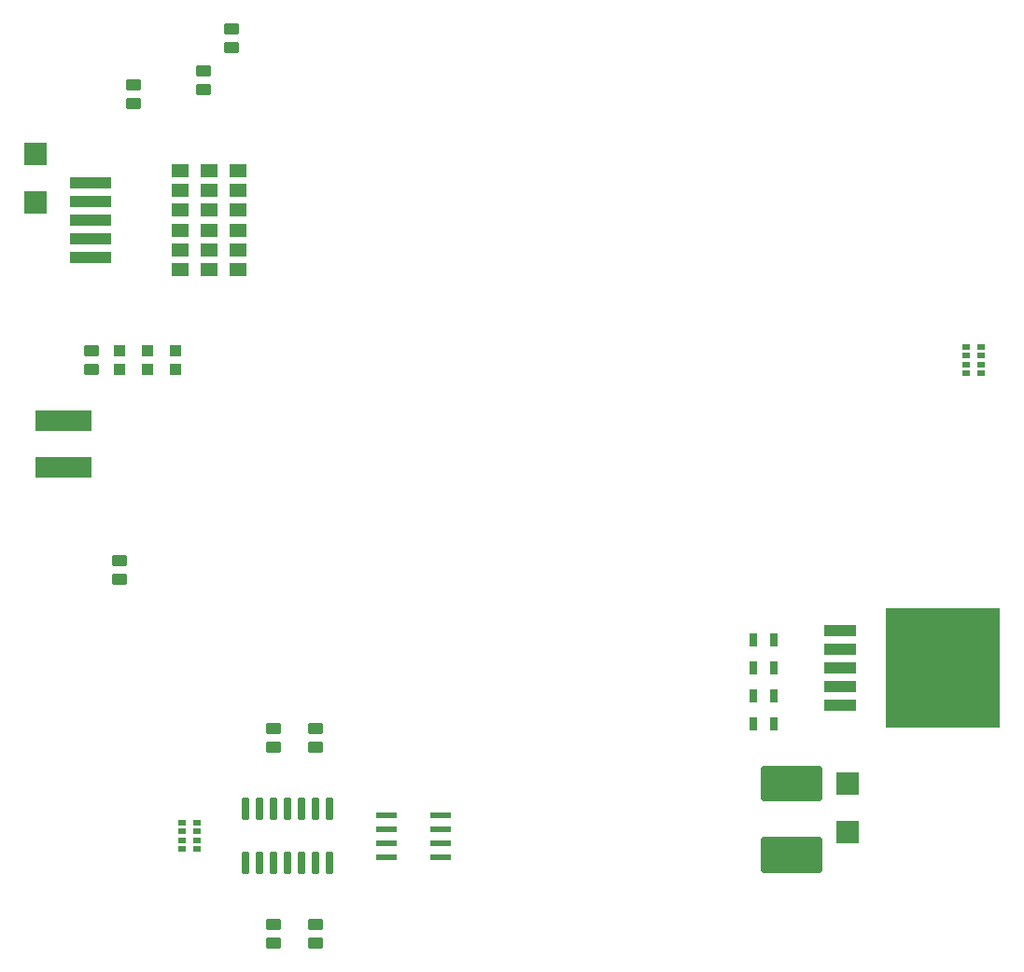
<source format=gbr>
G04 EAGLE Gerber RS-274X export*
G75*
%MOMM*%
%FSLAX34Y34*%
%LPD*%
%INSolderpaste Bottom*%
%IPPOS*%
%AMOC8*
5,1,8,0,0,1.08239X$1,22.5*%
G01*
%ADD10C,0.300000*%
%ADD11R,1.968500X0.599100*%
%ADD12C,0.504000*%
%ADD13R,1.520000X1.250000*%
%ADD14R,3.790000X0.990000*%
%ADD15R,1.000000X1.100000*%
%ADD16R,2.000000X2.000000*%
%ADD17R,0.650000X0.500000*%
%ADD18R,5.100000X1.900000*%
%ADD19C,0.640000*%
%ADD20R,10.410000X10.800000*%
%ADD21R,3.000000X1.066800*%
%ADD22R,0.800000X1.200000*%

G36*
X182202Y904803D02*
X182202Y904803D01*
X182204Y904801D01*
X182595Y904832D01*
X182599Y904836D01*
X182602Y904833D01*
X182984Y904924D01*
X182988Y904929D01*
X182992Y904927D01*
X183354Y905077D01*
X183357Y905082D01*
X183361Y905080D01*
X183695Y905285D01*
X183697Y905290D01*
X183701Y905290D01*
X184000Y905545D01*
X184001Y905550D01*
X184005Y905550D01*
X184260Y905849D01*
X184261Y905855D01*
X184265Y905855D01*
X184470Y906189D01*
X184469Y906195D01*
X184474Y906196D01*
X184624Y906558D01*
X184623Y906560D01*
X184624Y906560D01*
X184622Y906563D01*
X184622Y906564D01*
X184626Y906566D01*
X184717Y906948D01*
X184715Y906953D01*
X184717Y906954D01*
X184718Y906955D01*
X184749Y907346D01*
X184747Y907349D01*
X184749Y907350D01*
X184749Y912850D01*
X184747Y912852D01*
X184749Y912854D01*
X184718Y913245D01*
X184714Y913249D01*
X184717Y913252D01*
X184626Y913634D01*
X184621Y913638D01*
X184624Y913642D01*
X184474Y914004D01*
X184468Y914007D01*
X184470Y914011D01*
X184265Y914345D01*
X184260Y914347D01*
X184260Y914351D01*
X184005Y914650D01*
X184000Y914651D01*
X184000Y914655D01*
X183701Y914910D01*
X183695Y914911D01*
X183695Y914915D01*
X183361Y915120D01*
X183355Y915119D01*
X183354Y915124D01*
X182992Y915274D01*
X182986Y915272D01*
X182984Y915276D01*
X182602Y915367D01*
X182595Y915364D01*
X182591Y915368D01*
X173400Y915399D01*
X173398Y915397D01*
X173396Y915399D01*
X173005Y915368D01*
X173001Y915364D01*
X172998Y915367D01*
X172616Y915276D01*
X172612Y915271D01*
X172608Y915274D01*
X172246Y915124D01*
X172243Y915118D01*
X172239Y915120D01*
X171905Y914915D01*
X171903Y914910D01*
X171899Y914910D01*
X171600Y914655D01*
X171599Y914650D01*
X171595Y914650D01*
X171340Y914351D01*
X171339Y914345D01*
X171335Y914345D01*
X171130Y914011D01*
X171131Y914005D01*
X171127Y914004D01*
X170977Y913642D01*
X170978Y913636D01*
X170974Y913634D01*
X170883Y913252D01*
X170885Y913247D01*
X170882Y913245D01*
X170851Y912854D01*
X170853Y912851D01*
X170851Y912850D01*
X170851Y907350D01*
X170853Y907348D01*
X170851Y907346D01*
X170882Y906955D01*
X170886Y906951D01*
X170883Y906948D01*
X170974Y906566D01*
X170979Y906562D01*
X170977Y906558D01*
X171127Y906196D01*
X171132Y906193D01*
X171130Y906189D01*
X171335Y905855D01*
X171340Y905853D01*
X171340Y905849D01*
X171595Y905550D01*
X171600Y905549D01*
X171600Y905545D01*
X171899Y905290D01*
X171905Y905289D01*
X171905Y905285D01*
X172239Y905080D01*
X172245Y905081D01*
X172246Y905077D01*
X172608Y904927D01*
X172614Y904928D01*
X172616Y904924D01*
X172998Y904833D01*
X173005Y904836D01*
X173009Y904832D01*
X182200Y904801D01*
X182202Y904803D01*
G37*
G36*
X182202Y888003D02*
X182202Y888003D01*
X182204Y888001D01*
X182595Y888032D01*
X182599Y888036D01*
X182602Y888033D01*
X182984Y888124D01*
X182988Y888129D01*
X182992Y888127D01*
X183354Y888277D01*
X183357Y888282D01*
X183361Y888280D01*
X183695Y888485D01*
X183697Y888490D01*
X183701Y888490D01*
X184000Y888745D01*
X184001Y888750D01*
X184005Y888750D01*
X184260Y889049D01*
X184261Y889055D01*
X184265Y889055D01*
X184470Y889389D01*
X184469Y889395D01*
X184474Y889396D01*
X184624Y889758D01*
X184623Y889760D01*
X184624Y889760D01*
X184622Y889763D01*
X184622Y889764D01*
X184626Y889766D01*
X184717Y890148D01*
X184715Y890153D01*
X184717Y890154D01*
X184718Y890155D01*
X184749Y890546D01*
X184747Y890549D01*
X184749Y890550D01*
X184749Y896050D01*
X184747Y896052D01*
X184749Y896054D01*
X184718Y896445D01*
X184714Y896449D01*
X184717Y896452D01*
X184626Y896834D01*
X184621Y896838D01*
X184624Y896842D01*
X184474Y897204D01*
X184468Y897207D01*
X184470Y897211D01*
X184265Y897545D01*
X184260Y897547D01*
X184260Y897551D01*
X184005Y897850D01*
X184000Y897851D01*
X184000Y897855D01*
X183701Y898110D01*
X183695Y898111D01*
X183695Y898115D01*
X183361Y898320D01*
X183355Y898319D01*
X183354Y898324D01*
X182992Y898474D01*
X182986Y898472D01*
X182984Y898476D01*
X182602Y898567D01*
X182595Y898564D01*
X182591Y898568D01*
X173400Y898599D01*
X173398Y898597D01*
X173396Y898599D01*
X173005Y898568D01*
X173001Y898564D01*
X172998Y898567D01*
X172616Y898476D01*
X172612Y898471D01*
X172608Y898474D01*
X172246Y898324D01*
X172243Y898318D01*
X172239Y898320D01*
X171905Y898115D01*
X171903Y898110D01*
X171899Y898110D01*
X171600Y897855D01*
X171599Y897850D01*
X171595Y897850D01*
X171340Y897551D01*
X171339Y897545D01*
X171335Y897545D01*
X171130Y897211D01*
X171131Y897205D01*
X171127Y897204D01*
X170977Y896842D01*
X170978Y896836D01*
X170974Y896834D01*
X170883Y896452D01*
X170885Y896447D01*
X170882Y896445D01*
X170851Y896054D01*
X170853Y896051D01*
X170851Y896050D01*
X170851Y890550D01*
X170853Y890548D01*
X170851Y890546D01*
X170882Y890155D01*
X170886Y890151D01*
X170883Y890148D01*
X170974Y889766D01*
X170979Y889762D01*
X170977Y889758D01*
X171127Y889396D01*
X171132Y889393D01*
X171130Y889389D01*
X171335Y889055D01*
X171340Y889053D01*
X171340Y889049D01*
X171595Y888750D01*
X171600Y888749D01*
X171600Y888745D01*
X171899Y888490D01*
X171905Y888489D01*
X171905Y888485D01*
X172239Y888280D01*
X172245Y888281D01*
X172246Y888277D01*
X172608Y888127D01*
X172614Y888128D01*
X172616Y888124D01*
X172998Y888033D01*
X173005Y888036D01*
X173009Y888032D01*
X182200Y888001D01*
X182202Y888003D01*
G37*
G36*
X156802Y866703D02*
X156802Y866703D01*
X156804Y866701D01*
X157195Y866732D01*
X157199Y866736D01*
X157202Y866733D01*
X157584Y866824D01*
X157588Y866829D01*
X157592Y866827D01*
X157954Y866977D01*
X157957Y866982D01*
X157961Y866980D01*
X158295Y867185D01*
X158297Y867190D01*
X158301Y867190D01*
X158600Y867445D01*
X158601Y867450D01*
X158605Y867450D01*
X158860Y867749D01*
X158861Y867755D01*
X158865Y867755D01*
X159070Y868089D01*
X159069Y868095D01*
X159074Y868096D01*
X159224Y868458D01*
X159223Y868460D01*
X159224Y868460D01*
X159222Y868463D01*
X159222Y868464D01*
X159226Y868466D01*
X159317Y868848D01*
X159315Y868853D01*
X159317Y868854D01*
X159318Y868855D01*
X159349Y869246D01*
X159347Y869249D01*
X159349Y869250D01*
X159349Y874750D01*
X159347Y874752D01*
X159349Y874754D01*
X159318Y875145D01*
X159314Y875149D01*
X159317Y875152D01*
X159226Y875534D01*
X159221Y875538D01*
X159224Y875542D01*
X159074Y875904D01*
X159068Y875907D01*
X159070Y875911D01*
X158865Y876245D01*
X158860Y876247D01*
X158860Y876251D01*
X158605Y876550D01*
X158600Y876551D01*
X158600Y876555D01*
X158301Y876810D01*
X158295Y876811D01*
X158295Y876815D01*
X157961Y877020D01*
X157955Y877019D01*
X157954Y877024D01*
X157592Y877174D01*
X157586Y877172D01*
X157584Y877176D01*
X157202Y877267D01*
X157195Y877264D01*
X157191Y877268D01*
X148000Y877299D01*
X147998Y877297D01*
X147996Y877299D01*
X147605Y877268D01*
X147601Y877264D01*
X147598Y877267D01*
X147216Y877176D01*
X147212Y877171D01*
X147208Y877174D01*
X146846Y877024D01*
X146843Y877018D01*
X146839Y877020D01*
X146505Y876815D01*
X146503Y876810D01*
X146499Y876810D01*
X146200Y876555D01*
X146199Y876550D01*
X146195Y876550D01*
X145940Y876251D01*
X145939Y876245D01*
X145935Y876245D01*
X145730Y875911D01*
X145731Y875905D01*
X145727Y875904D01*
X145577Y875542D01*
X145578Y875536D01*
X145574Y875534D01*
X145483Y875152D01*
X145485Y875147D01*
X145482Y875145D01*
X145451Y874754D01*
X145453Y874751D01*
X145451Y874750D01*
X145451Y869250D01*
X145453Y869248D01*
X145451Y869246D01*
X145482Y868855D01*
X145486Y868851D01*
X145483Y868848D01*
X145574Y868466D01*
X145579Y868462D01*
X145577Y868458D01*
X145727Y868096D01*
X145732Y868093D01*
X145730Y868089D01*
X145935Y867755D01*
X145940Y867753D01*
X145940Y867749D01*
X146195Y867450D01*
X146200Y867449D01*
X146200Y867445D01*
X146499Y867190D01*
X146505Y867189D01*
X146505Y867185D01*
X146839Y866980D01*
X146845Y866981D01*
X146846Y866977D01*
X147208Y866827D01*
X147214Y866828D01*
X147216Y866824D01*
X147598Y866733D01*
X147605Y866736D01*
X147609Y866732D01*
X156800Y866701D01*
X156802Y866703D01*
G37*
G36*
X93302Y854003D02*
X93302Y854003D01*
X93304Y854001D01*
X93695Y854032D01*
X93699Y854036D01*
X93702Y854033D01*
X94084Y854124D01*
X94088Y854129D01*
X94092Y854127D01*
X94454Y854277D01*
X94457Y854282D01*
X94461Y854280D01*
X94795Y854485D01*
X94797Y854490D01*
X94801Y854490D01*
X95100Y854745D01*
X95101Y854750D01*
X95105Y854750D01*
X95360Y855049D01*
X95361Y855055D01*
X95365Y855055D01*
X95570Y855389D01*
X95569Y855395D01*
X95574Y855396D01*
X95724Y855758D01*
X95723Y855760D01*
X95724Y855760D01*
X95722Y855763D01*
X95722Y855764D01*
X95726Y855766D01*
X95817Y856148D01*
X95815Y856153D01*
X95817Y856154D01*
X95818Y856155D01*
X95849Y856546D01*
X95847Y856549D01*
X95849Y856550D01*
X95849Y862050D01*
X95847Y862052D01*
X95849Y862054D01*
X95818Y862445D01*
X95814Y862449D01*
X95817Y862452D01*
X95726Y862834D01*
X95721Y862838D01*
X95724Y862842D01*
X95574Y863204D01*
X95568Y863207D01*
X95570Y863211D01*
X95365Y863545D01*
X95360Y863547D01*
X95360Y863551D01*
X95105Y863850D01*
X95100Y863851D01*
X95100Y863855D01*
X94801Y864110D01*
X94795Y864111D01*
X94795Y864115D01*
X94461Y864320D01*
X94455Y864319D01*
X94454Y864324D01*
X94092Y864474D01*
X94086Y864472D01*
X94084Y864476D01*
X93702Y864567D01*
X93695Y864564D01*
X93691Y864568D01*
X84500Y864599D01*
X84498Y864597D01*
X84496Y864599D01*
X84105Y864568D01*
X84101Y864564D01*
X84098Y864567D01*
X83716Y864476D01*
X83712Y864471D01*
X83708Y864474D01*
X83346Y864324D01*
X83343Y864318D01*
X83339Y864320D01*
X83005Y864115D01*
X83003Y864110D01*
X82999Y864110D01*
X82700Y863855D01*
X82699Y863850D01*
X82695Y863850D01*
X82440Y863551D01*
X82439Y863545D01*
X82435Y863545D01*
X82230Y863211D01*
X82231Y863205D01*
X82227Y863204D01*
X82077Y862842D01*
X82078Y862836D01*
X82074Y862834D01*
X81983Y862452D01*
X81985Y862447D01*
X81982Y862445D01*
X81951Y862054D01*
X81953Y862051D01*
X81951Y862050D01*
X81951Y856550D01*
X81953Y856548D01*
X81951Y856546D01*
X81982Y856155D01*
X81986Y856151D01*
X81983Y856148D01*
X82074Y855766D01*
X82079Y855762D01*
X82077Y855758D01*
X82227Y855396D01*
X82232Y855393D01*
X82230Y855389D01*
X82435Y855055D01*
X82440Y855053D01*
X82440Y855049D01*
X82695Y854750D01*
X82700Y854749D01*
X82700Y854745D01*
X82999Y854490D01*
X83005Y854489D01*
X83005Y854485D01*
X83339Y854280D01*
X83345Y854281D01*
X83346Y854277D01*
X83708Y854127D01*
X83714Y854128D01*
X83716Y854124D01*
X84098Y854033D01*
X84105Y854036D01*
X84109Y854032D01*
X93300Y854001D01*
X93302Y854003D01*
G37*
G36*
X156802Y849903D02*
X156802Y849903D01*
X156804Y849901D01*
X157195Y849932D01*
X157199Y849936D01*
X157202Y849933D01*
X157584Y850024D01*
X157588Y850029D01*
X157592Y850027D01*
X157954Y850177D01*
X157957Y850182D01*
X157961Y850180D01*
X158295Y850385D01*
X158297Y850390D01*
X158301Y850390D01*
X158600Y850645D01*
X158601Y850650D01*
X158605Y850650D01*
X158860Y850949D01*
X158861Y850955D01*
X158865Y850955D01*
X159070Y851289D01*
X159069Y851295D01*
X159074Y851296D01*
X159224Y851658D01*
X159223Y851660D01*
X159224Y851660D01*
X159222Y851663D01*
X159222Y851664D01*
X159226Y851666D01*
X159317Y852048D01*
X159315Y852053D01*
X159317Y852054D01*
X159318Y852055D01*
X159349Y852446D01*
X159347Y852449D01*
X159349Y852450D01*
X159349Y857950D01*
X159347Y857952D01*
X159349Y857954D01*
X159318Y858345D01*
X159314Y858349D01*
X159317Y858352D01*
X159226Y858734D01*
X159221Y858738D01*
X159224Y858742D01*
X159074Y859104D01*
X159068Y859107D01*
X159070Y859111D01*
X158865Y859445D01*
X158860Y859447D01*
X158860Y859451D01*
X158605Y859750D01*
X158600Y859751D01*
X158600Y859755D01*
X158301Y860010D01*
X158295Y860011D01*
X158295Y860015D01*
X157961Y860220D01*
X157955Y860219D01*
X157954Y860224D01*
X157592Y860374D01*
X157586Y860372D01*
X157584Y860376D01*
X157202Y860467D01*
X157195Y860464D01*
X157191Y860468D01*
X148000Y860499D01*
X147998Y860497D01*
X147996Y860499D01*
X147605Y860468D01*
X147601Y860464D01*
X147598Y860467D01*
X147216Y860376D01*
X147212Y860371D01*
X147208Y860374D01*
X146846Y860224D01*
X146843Y860218D01*
X146839Y860220D01*
X146505Y860015D01*
X146503Y860010D01*
X146499Y860010D01*
X146200Y859755D01*
X146199Y859750D01*
X146195Y859750D01*
X145940Y859451D01*
X145939Y859445D01*
X145935Y859445D01*
X145730Y859111D01*
X145731Y859105D01*
X145727Y859104D01*
X145577Y858742D01*
X145578Y858736D01*
X145574Y858734D01*
X145483Y858352D01*
X145485Y858347D01*
X145482Y858345D01*
X145451Y857954D01*
X145453Y857951D01*
X145451Y857950D01*
X145451Y852450D01*
X145453Y852448D01*
X145451Y852446D01*
X145482Y852055D01*
X145486Y852051D01*
X145483Y852048D01*
X145574Y851666D01*
X145579Y851662D01*
X145577Y851658D01*
X145727Y851296D01*
X145732Y851293D01*
X145730Y851289D01*
X145935Y850955D01*
X145940Y850953D01*
X145940Y850949D01*
X146195Y850650D01*
X146200Y850649D01*
X146200Y850645D01*
X146499Y850390D01*
X146505Y850389D01*
X146505Y850385D01*
X146839Y850180D01*
X146845Y850181D01*
X146846Y850177D01*
X147208Y850027D01*
X147214Y850028D01*
X147216Y850024D01*
X147598Y849933D01*
X147605Y849936D01*
X147609Y849932D01*
X156800Y849901D01*
X156802Y849903D01*
G37*
G36*
X93302Y837203D02*
X93302Y837203D01*
X93304Y837201D01*
X93695Y837232D01*
X93699Y837236D01*
X93702Y837233D01*
X94084Y837324D01*
X94088Y837329D01*
X94092Y837327D01*
X94454Y837477D01*
X94457Y837482D01*
X94461Y837480D01*
X94795Y837685D01*
X94797Y837690D01*
X94801Y837690D01*
X95100Y837945D01*
X95101Y837950D01*
X95105Y837950D01*
X95360Y838249D01*
X95361Y838255D01*
X95365Y838255D01*
X95570Y838589D01*
X95569Y838595D01*
X95574Y838596D01*
X95724Y838958D01*
X95723Y838960D01*
X95724Y838960D01*
X95722Y838963D01*
X95722Y838964D01*
X95726Y838966D01*
X95817Y839348D01*
X95815Y839353D01*
X95817Y839354D01*
X95818Y839355D01*
X95849Y839746D01*
X95847Y839749D01*
X95849Y839750D01*
X95849Y845250D01*
X95847Y845252D01*
X95849Y845254D01*
X95818Y845645D01*
X95814Y845649D01*
X95817Y845652D01*
X95726Y846034D01*
X95721Y846038D01*
X95724Y846042D01*
X95574Y846404D01*
X95568Y846407D01*
X95570Y846411D01*
X95365Y846745D01*
X95360Y846747D01*
X95360Y846751D01*
X95105Y847050D01*
X95100Y847051D01*
X95100Y847055D01*
X94801Y847310D01*
X94795Y847311D01*
X94795Y847315D01*
X94461Y847520D01*
X94455Y847519D01*
X94454Y847524D01*
X94092Y847674D01*
X94086Y847672D01*
X94084Y847676D01*
X93702Y847767D01*
X93695Y847764D01*
X93691Y847768D01*
X84500Y847799D01*
X84498Y847797D01*
X84496Y847799D01*
X84105Y847768D01*
X84101Y847764D01*
X84098Y847767D01*
X83716Y847676D01*
X83712Y847671D01*
X83708Y847674D01*
X83346Y847524D01*
X83343Y847518D01*
X83339Y847520D01*
X83005Y847315D01*
X83003Y847310D01*
X82999Y847310D01*
X82700Y847055D01*
X82699Y847050D01*
X82695Y847050D01*
X82440Y846751D01*
X82439Y846745D01*
X82435Y846745D01*
X82230Y846411D01*
X82231Y846405D01*
X82227Y846404D01*
X82077Y846042D01*
X82078Y846036D01*
X82074Y846034D01*
X81983Y845652D01*
X81985Y845647D01*
X81982Y845645D01*
X81951Y845254D01*
X81953Y845251D01*
X81951Y845250D01*
X81951Y839750D01*
X81953Y839748D01*
X81951Y839746D01*
X81982Y839355D01*
X81986Y839351D01*
X81983Y839348D01*
X82074Y838966D01*
X82079Y838962D01*
X82077Y838958D01*
X82227Y838596D01*
X82232Y838593D01*
X82230Y838589D01*
X82435Y838255D01*
X82440Y838253D01*
X82440Y838249D01*
X82695Y837950D01*
X82700Y837949D01*
X82700Y837945D01*
X82999Y837690D01*
X83005Y837689D01*
X83005Y837685D01*
X83339Y837480D01*
X83345Y837481D01*
X83346Y837477D01*
X83708Y837327D01*
X83714Y837328D01*
X83716Y837324D01*
X84098Y837233D01*
X84105Y837236D01*
X84109Y837232D01*
X93300Y837201D01*
X93302Y837203D01*
G37*
G36*
X55202Y612703D02*
X55202Y612703D01*
X55204Y612701D01*
X55595Y612732D01*
X55599Y612736D01*
X55602Y612733D01*
X55984Y612824D01*
X55988Y612829D01*
X55992Y612827D01*
X56354Y612977D01*
X56357Y612982D01*
X56361Y612980D01*
X56695Y613185D01*
X56697Y613190D01*
X56701Y613190D01*
X57000Y613445D01*
X57001Y613450D01*
X57005Y613450D01*
X57260Y613749D01*
X57261Y613755D01*
X57265Y613755D01*
X57470Y614089D01*
X57469Y614095D01*
X57474Y614096D01*
X57624Y614458D01*
X57623Y614460D01*
X57624Y614460D01*
X57622Y614463D01*
X57622Y614464D01*
X57626Y614466D01*
X57717Y614848D01*
X57715Y614853D01*
X57717Y614854D01*
X57718Y614855D01*
X57749Y615246D01*
X57747Y615249D01*
X57749Y615250D01*
X57749Y620750D01*
X57747Y620752D01*
X57749Y620754D01*
X57718Y621145D01*
X57714Y621149D01*
X57717Y621152D01*
X57626Y621534D01*
X57621Y621538D01*
X57624Y621542D01*
X57474Y621904D01*
X57468Y621907D01*
X57470Y621911D01*
X57265Y622245D01*
X57260Y622247D01*
X57260Y622251D01*
X57005Y622550D01*
X57000Y622551D01*
X57000Y622555D01*
X56701Y622810D01*
X56695Y622811D01*
X56695Y622815D01*
X56361Y623020D01*
X56355Y623019D01*
X56354Y623024D01*
X55992Y623174D01*
X55986Y623172D01*
X55984Y623176D01*
X55602Y623267D01*
X55595Y623264D01*
X55591Y623268D01*
X46400Y623299D01*
X46398Y623297D01*
X46396Y623299D01*
X46005Y623268D01*
X46001Y623264D01*
X45998Y623267D01*
X45616Y623176D01*
X45612Y623171D01*
X45608Y623174D01*
X45246Y623024D01*
X45243Y623018D01*
X45239Y623020D01*
X44905Y622815D01*
X44903Y622810D01*
X44899Y622810D01*
X44600Y622555D01*
X44599Y622550D01*
X44595Y622550D01*
X44340Y622251D01*
X44339Y622245D01*
X44335Y622245D01*
X44130Y621911D01*
X44131Y621905D01*
X44127Y621904D01*
X43977Y621542D01*
X43978Y621536D01*
X43974Y621534D01*
X43883Y621152D01*
X43885Y621147D01*
X43882Y621145D01*
X43851Y620754D01*
X43853Y620751D01*
X43851Y620750D01*
X43851Y615250D01*
X43853Y615248D01*
X43851Y615246D01*
X43882Y614855D01*
X43886Y614851D01*
X43883Y614848D01*
X43974Y614466D01*
X43979Y614462D01*
X43977Y614458D01*
X44127Y614096D01*
X44132Y614093D01*
X44130Y614089D01*
X44335Y613755D01*
X44340Y613753D01*
X44340Y613749D01*
X44595Y613450D01*
X44600Y613449D01*
X44600Y613445D01*
X44899Y613190D01*
X44905Y613189D01*
X44905Y613185D01*
X45239Y612980D01*
X45245Y612981D01*
X45246Y612977D01*
X45608Y612827D01*
X45614Y612828D01*
X45616Y612824D01*
X45998Y612733D01*
X46005Y612736D01*
X46009Y612732D01*
X55200Y612701D01*
X55202Y612703D01*
G37*
G36*
X55202Y595903D02*
X55202Y595903D01*
X55204Y595901D01*
X55595Y595932D01*
X55599Y595936D01*
X55602Y595933D01*
X55984Y596024D01*
X55988Y596029D01*
X55992Y596027D01*
X56354Y596177D01*
X56357Y596182D01*
X56361Y596180D01*
X56695Y596385D01*
X56697Y596390D01*
X56701Y596390D01*
X57000Y596645D01*
X57001Y596650D01*
X57005Y596650D01*
X57260Y596949D01*
X57261Y596955D01*
X57265Y596955D01*
X57470Y597289D01*
X57469Y597295D01*
X57474Y597296D01*
X57624Y597658D01*
X57623Y597660D01*
X57624Y597660D01*
X57622Y597663D01*
X57622Y597664D01*
X57626Y597666D01*
X57717Y598048D01*
X57715Y598053D01*
X57717Y598054D01*
X57718Y598055D01*
X57749Y598446D01*
X57747Y598449D01*
X57749Y598450D01*
X57749Y603950D01*
X57747Y603952D01*
X57749Y603954D01*
X57718Y604345D01*
X57714Y604349D01*
X57717Y604352D01*
X57626Y604734D01*
X57621Y604738D01*
X57624Y604742D01*
X57474Y605104D01*
X57468Y605107D01*
X57470Y605111D01*
X57265Y605445D01*
X57260Y605447D01*
X57260Y605451D01*
X57005Y605750D01*
X57000Y605751D01*
X57000Y605755D01*
X56701Y606010D01*
X56695Y606011D01*
X56695Y606015D01*
X56361Y606220D01*
X56355Y606219D01*
X56354Y606224D01*
X55992Y606374D01*
X55986Y606372D01*
X55984Y606376D01*
X55602Y606467D01*
X55595Y606464D01*
X55591Y606468D01*
X46400Y606499D01*
X46398Y606497D01*
X46396Y606499D01*
X46005Y606468D01*
X46001Y606464D01*
X45998Y606467D01*
X45616Y606376D01*
X45612Y606371D01*
X45608Y606374D01*
X45246Y606224D01*
X45243Y606218D01*
X45239Y606220D01*
X44905Y606015D01*
X44903Y606010D01*
X44899Y606010D01*
X44600Y605755D01*
X44599Y605750D01*
X44595Y605750D01*
X44340Y605451D01*
X44339Y605445D01*
X44335Y605445D01*
X44130Y605111D01*
X44131Y605105D01*
X44127Y605104D01*
X43977Y604742D01*
X43978Y604736D01*
X43974Y604734D01*
X43883Y604352D01*
X43885Y604347D01*
X43882Y604345D01*
X43851Y603954D01*
X43853Y603951D01*
X43851Y603950D01*
X43851Y598450D01*
X43853Y598448D01*
X43851Y598446D01*
X43882Y598055D01*
X43886Y598051D01*
X43883Y598048D01*
X43974Y597666D01*
X43979Y597662D01*
X43977Y597658D01*
X44127Y597296D01*
X44132Y597293D01*
X44130Y597289D01*
X44335Y596955D01*
X44340Y596953D01*
X44340Y596949D01*
X44595Y596650D01*
X44600Y596649D01*
X44600Y596645D01*
X44899Y596390D01*
X44905Y596389D01*
X44905Y596385D01*
X45239Y596180D01*
X45245Y596181D01*
X45246Y596177D01*
X45608Y596027D01*
X45614Y596028D01*
X45616Y596024D01*
X45998Y595933D01*
X46005Y595936D01*
X46009Y595932D01*
X55200Y595901D01*
X55202Y595903D01*
G37*
G36*
X80602Y422203D02*
X80602Y422203D01*
X80604Y422201D01*
X80995Y422232D01*
X80999Y422236D01*
X81002Y422233D01*
X81384Y422324D01*
X81388Y422329D01*
X81392Y422327D01*
X81754Y422477D01*
X81757Y422482D01*
X81761Y422480D01*
X82095Y422685D01*
X82097Y422690D01*
X82101Y422690D01*
X82400Y422945D01*
X82401Y422950D01*
X82405Y422950D01*
X82660Y423249D01*
X82661Y423255D01*
X82665Y423255D01*
X82870Y423589D01*
X82869Y423595D01*
X82874Y423596D01*
X83024Y423958D01*
X83023Y423960D01*
X83024Y423960D01*
X83022Y423963D01*
X83022Y423964D01*
X83026Y423966D01*
X83117Y424348D01*
X83115Y424353D01*
X83117Y424354D01*
X83118Y424355D01*
X83149Y424746D01*
X83147Y424749D01*
X83149Y424750D01*
X83149Y430250D01*
X83147Y430252D01*
X83149Y430254D01*
X83118Y430645D01*
X83114Y430649D01*
X83117Y430652D01*
X83026Y431034D01*
X83021Y431038D01*
X83024Y431042D01*
X82874Y431404D01*
X82868Y431407D01*
X82870Y431411D01*
X82665Y431745D01*
X82660Y431747D01*
X82660Y431751D01*
X82405Y432050D01*
X82400Y432051D01*
X82400Y432055D01*
X82101Y432310D01*
X82095Y432311D01*
X82095Y432315D01*
X81761Y432520D01*
X81755Y432519D01*
X81754Y432524D01*
X81392Y432674D01*
X81386Y432672D01*
X81384Y432676D01*
X81002Y432767D01*
X80995Y432764D01*
X80991Y432768D01*
X71800Y432799D01*
X71798Y432797D01*
X71796Y432799D01*
X71405Y432768D01*
X71401Y432764D01*
X71398Y432767D01*
X71016Y432676D01*
X71012Y432671D01*
X71008Y432674D01*
X70646Y432524D01*
X70643Y432518D01*
X70639Y432520D01*
X70305Y432315D01*
X70303Y432310D01*
X70299Y432310D01*
X70000Y432055D01*
X69999Y432050D01*
X69995Y432050D01*
X69740Y431751D01*
X69739Y431745D01*
X69735Y431745D01*
X69530Y431411D01*
X69531Y431405D01*
X69527Y431404D01*
X69377Y431042D01*
X69378Y431036D01*
X69374Y431034D01*
X69283Y430652D01*
X69285Y430647D01*
X69282Y430645D01*
X69251Y430254D01*
X69253Y430251D01*
X69251Y430250D01*
X69251Y424750D01*
X69253Y424748D01*
X69251Y424746D01*
X69282Y424355D01*
X69286Y424351D01*
X69283Y424348D01*
X69374Y423966D01*
X69379Y423962D01*
X69377Y423958D01*
X69527Y423596D01*
X69532Y423593D01*
X69530Y423589D01*
X69735Y423255D01*
X69740Y423253D01*
X69740Y423249D01*
X69995Y422950D01*
X70000Y422949D01*
X70000Y422945D01*
X70299Y422690D01*
X70305Y422689D01*
X70305Y422685D01*
X70639Y422480D01*
X70645Y422481D01*
X70646Y422477D01*
X71008Y422327D01*
X71014Y422328D01*
X71016Y422324D01*
X71398Y422233D01*
X71405Y422236D01*
X71409Y422232D01*
X80600Y422201D01*
X80602Y422203D01*
G37*
G36*
X80602Y405403D02*
X80602Y405403D01*
X80604Y405401D01*
X80995Y405432D01*
X80999Y405436D01*
X81002Y405433D01*
X81384Y405524D01*
X81388Y405529D01*
X81392Y405527D01*
X81754Y405677D01*
X81757Y405682D01*
X81761Y405680D01*
X82095Y405885D01*
X82097Y405890D01*
X82101Y405890D01*
X82400Y406145D01*
X82401Y406150D01*
X82405Y406150D01*
X82660Y406449D01*
X82661Y406455D01*
X82665Y406455D01*
X82870Y406789D01*
X82869Y406795D01*
X82874Y406796D01*
X83024Y407158D01*
X83023Y407160D01*
X83024Y407160D01*
X83022Y407163D01*
X83022Y407164D01*
X83026Y407166D01*
X83117Y407548D01*
X83115Y407553D01*
X83117Y407554D01*
X83118Y407555D01*
X83149Y407946D01*
X83147Y407949D01*
X83149Y407950D01*
X83149Y413450D01*
X83147Y413452D01*
X83149Y413454D01*
X83118Y413845D01*
X83114Y413849D01*
X83117Y413852D01*
X83026Y414234D01*
X83021Y414238D01*
X83024Y414242D01*
X82874Y414604D01*
X82868Y414607D01*
X82870Y414611D01*
X82665Y414945D01*
X82660Y414947D01*
X82660Y414951D01*
X82405Y415250D01*
X82400Y415251D01*
X82400Y415255D01*
X82101Y415510D01*
X82095Y415511D01*
X82095Y415515D01*
X81761Y415720D01*
X81755Y415719D01*
X81754Y415724D01*
X81392Y415874D01*
X81386Y415872D01*
X81384Y415876D01*
X81002Y415967D01*
X80995Y415964D01*
X80991Y415968D01*
X71800Y415999D01*
X71798Y415997D01*
X71796Y415999D01*
X71405Y415968D01*
X71401Y415964D01*
X71398Y415967D01*
X71016Y415876D01*
X71012Y415871D01*
X71008Y415874D01*
X70646Y415724D01*
X70643Y415718D01*
X70639Y415720D01*
X70305Y415515D01*
X70303Y415510D01*
X70299Y415510D01*
X70000Y415255D01*
X69999Y415250D01*
X69995Y415250D01*
X69740Y414951D01*
X69739Y414945D01*
X69735Y414945D01*
X69530Y414611D01*
X69531Y414605D01*
X69527Y414604D01*
X69377Y414242D01*
X69378Y414236D01*
X69374Y414234D01*
X69283Y413852D01*
X69285Y413847D01*
X69282Y413845D01*
X69251Y413454D01*
X69253Y413451D01*
X69251Y413450D01*
X69251Y407950D01*
X69253Y407948D01*
X69251Y407946D01*
X69282Y407555D01*
X69286Y407551D01*
X69283Y407548D01*
X69374Y407166D01*
X69379Y407162D01*
X69377Y407158D01*
X69527Y406796D01*
X69532Y406793D01*
X69530Y406789D01*
X69735Y406455D01*
X69740Y406453D01*
X69740Y406449D01*
X69995Y406150D01*
X70000Y406149D01*
X70000Y406145D01*
X70299Y405890D01*
X70305Y405889D01*
X70305Y405885D01*
X70639Y405680D01*
X70645Y405681D01*
X70646Y405677D01*
X71008Y405527D01*
X71014Y405528D01*
X71016Y405524D01*
X71398Y405433D01*
X71405Y405436D01*
X71409Y405432D01*
X80600Y405401D01*
X80602Y405403D01*
G37*
G36*
X220302Y269803D02*
X220302Y269803D01*
X220304Y269801D01*
X220695Y269832D01*
X220699Y269836D01*
X220702Y269833D01*
X221084Y269924D01*
X221088Y269929D01*
X221092Y269927D01*
X221454Y270077D01*
X221457Y270082D01*
X221461Y270080D01*
X221795Y270285D01*
X221797Y270290D01*
X221801Y270290D01*
X222100Y270545D01*
X222101Y270550D01*
X222105Y270550D01*
X222360Y270849D01*
X222361Y270855D01*
X222365Y270855D01*
X222570Y271189D01*
X222569Y271195D01*
X222574Y271196D01*
X222724Y271558D01*
X222723Y271560D01*
X222724Y271560D01*
X222722Y271563D01*
X222722Y271564D01*
X222726Y271566D01*
X222817Y271948D01*
X222815Y271953D01*
X222817Y271954D01*
X222818Y271955D01*
X222849Y272346D01*
X222847Y272349D01*
X222849Y272350D01*
X222849Y277850D01*
X222847Y277852D01*
X222849Y277854D01*
X222818Y278245D01*
X222814Y278249D01*
X222817Y278252D01*
X222726Y278634D01*
X222721Y278638D01*
X222724Y278642D01*
X222574Y279004D01*
X222568Y279007D01*
X222570Y279011D01*
X222365Y279345D01*
X222360Y279347D01*
X222360Y279351D01*
X222105Y279650D01*
X222100Y279651D01*
X222100Y279655D01*
X221801Y279910D01*
X221795Y279911D01*
X221795Y279915D01*
X221461Y280120D01*
X221455Y280119D01*
X221454Y280124D01*
X221092Y280274D01*
X221086Y280272D01*
X221084Y280276D01*
X220702Y280367D01*
X220695Y280364D01*
X220691Y280368D01*
X211500Y280399D01*
X211498Y280397D01*
X211496Y280399D01*
X211105Y280368D01*
X211101Y280364D01*
X211098Y280367D01*
X210716Y280276D01*
X210712Y280271D01*
X210708Y280274D01*
X210346Y280124D01*
X210343Y280118D01*
X210339Y280120D01*
X210005Y279915D01*
X210003Y279910D01*
X209999Y279910D01*
X209700Y279655D01*
X209699Y279650D01*
X209695Y279650D01*
X209440Y279351D01*
X209439Y279345D01*
X209435Y279345D01*
X209230Y279011D01*
X209231Y279005D01*
X209227Y279004D01*
X209077Y278642D01*
X209078Y278636D01*
X209074Y278634D01*
X208983Y278252D01*
X208985Y278247D01*
X208982Y278245D01*
X208951Y277854D01*
X208953Y277851D01*
X208951Y277850D01*
X208951Y272350D01*
X208953Y272348D01*
X208951Y272346D01*
X208982Y271955D01*
X208986Y271951D01*
X208983Y271948D01*
X209074Y271566D01*
X209079Y271562D01*
X209077Y271558D01*
X209227Y271196D01*
X209232Y271193D01*
X209230Y271189D01*
X209435Y270855D01*
X209440Y270853D01*
X209440Y270849D01*
X209695Y270550D01*
X209700Y270549D01*
X209700Y270545D01*
X209999Y270290D01*
X210005Y270289D01*
X210005Y270285D01*
X210339Y270080D01*
X210345Y270081D01*
X210346Y270077D01*
X210708Y269927D01*
X210714Y269928D01*
X210716Y269924D01*
X211098Y269833D01*
X211105Y269836D01*
X211109Y269832D01*
X220300Y269801D01*
X220302Y269803D01*
G37*
G36*
X258402Y269803D02*
X258402Y269803D01*
X258404Y269801D01*
X258795Y269832D01*
X258799Y269836D01*
X258802Y269833D01*
X259184Y269924D01*
X259188Y269929D01*
X259192Y269927D01*
X259554Y270077D01*
X259557Y270082D01*
X259561Y270080D01*
X259895Y270285D01*
X259897Y270290D01*
X259901Y270290D01*
X260200Y270545D01*
X260201Y270550D01*
X260205Y270550D01*
X260460Y270849D01*
X260461Y270855D01*
X260465Y270855D01*
X260670Y271189D01*
X260669Y271195D01*
X260674Y271196D01*
X260824Y271558D01*
X260823Y271560D01*
X260824Y271560D01*
X260822Y271563D01*
X260822Y271564D01*
X260826Y271566D01*
X260917Y271948D01*
X260915Y271953D01*
X260917Y271954D01*
X260918Y271955D01*
X260949Y272346D01*
X260947Y272349D01*
X260949Y272350D01*
X260949Y277850D01*
X260947Y277852D01*
X260949Y277854D01*
X260918Y278245D01*
X260914Y278249D01*
X260917Y278252D01*
X260826Y278634D01*
X260821Y278638D01*
X260824Y278642D01*
X260674Y279004D01*
X260668Y279007D01*
X260670Y279011D01*
X260465Y279345D01*
X260460Y279347D01*
X260460Y279351D01*
X260205Y279650D01*
X260200Y279651D01*
X260200Y279655D01*
X259901Y279910D01*
X259895Y279911D01*
X259895Y279915D01*
X259561Y280120D01*
X259555Y280119D01*
X259554Y280124D01*
X259192Y280274D01*
X259186Y280272D01*
X259184Y280276D01*
X258802Y280367D01*
X258795Y280364D01*
X258791Y280368D01*
X249600Y280399D01*
X249598Y280397D01*
X249596Y280399D01*
X249205Y280368D01*
X249201Y280364D01*
X249198Y280367D01*
X248816Y280276D01*
X248812Y280271D01*
X248808Y280274D01*
X248446Y280124D01*
X248443Y280118D01*
X248439Y280120D01*
X248105Y279915D01*
X248103Y279910D01*
X248099Y279910D01*
X247800Y279655D01*
X247799Y279650D01*
X247795Y279650D01*
X247540Y279351D01*
X247539Y279345D01*
X247535Y279345D01*
X247330Y279011D01*
X247331Y279005D01*
X247327Y279004D01*
X247177Y278642D01*
X247178Y278636D01*
X247174Y278634D01*
X247083Y278252D01*
X247085Y278247D01*
X247082Y278245D01*
X247051Y277854D01*
X247053Y277851D01*
X247051Y277850D01*
X247051Y272350D01*
X247053Y272348D01*
X247051Y272346D01*
X247082Y271955D01*
X247086Y271951D01*
X247083Y271948D01*
X247174Y271566D01*
X247179Y271562D01*
X247177Y271558D01*
X247327Y271196D01*
X247332Y271193D01*
X247330Y271189D01*
X247535Y270855D01*
X247540Y270853D01*
X247540Y270849D01*
X247795Y270550D01*
X247800Y270549D01*
X247800Y270545D01*
X248099Y270290D01*
X248105Y270289D01*
X248105Y270285D01*
X248439Y270080D01*
X248445Y270081D01*
X248446Y270077D01*
X248808Y269927D01*
X248814Y269928D01*
X248816Y269924D01*
X249198Y269833D01*
X249205Y269836D01*
X249209Y269832D01*
X258400Y269801D01*
X258402Y269803D01*
G37*
G36*
X258402Y253003D02*
X258402Y253003D01*
X258404Y253001D01*
X258795Y253032D01*
X258799Y253036D01*
X258802Y253033D01*
X259184Y253124D01*
X259188Y253129D01*
X259192Y253127D01*
X259554Y253277D01*
X259557Y253282D01*
X259561Y253280D01*
X259895Y253485D01*
X259897Y253490D01*
X259901Y253490D01*
X260200Y253745D01*
X260201Y253750D01*
X260205Y253750D01*
X260460Y254049D01*
X260461Y254055D01*
X260465Y254055D01*
X260670Y254389D01*
X260669Y254395D01*
X260674Y254396D01*
X260824Y254758D01*
X260823Y254760D01*
X260824Y254760D01*
X260822Y254763D01*
X260822Y254764D01*
X260826Y254766D01*
X260917Y255148D01*
X260915Y255153D01*
X260917Y255154D01*
X260918Y255155D01*
X260949Y255546D01*
X260947Y255549D01*
X260949Y255550D01*
X260949Y261050D01*
X260947Y261052D01*
X260949Y261054D01*
X260918Y261445D01*
X260914Y261449D01*
X260917Y261452D01*
X260826Y261834D01*
X260821Y261838D01*
X260824Y261842D01*
X260674Y262204D01*
X260668Y262207D01*
X260670Y262211D01*
X260465Y262545D01*
X260460Y262547D01*
X260460Y262551D01*
X260205Y262850D01*
X260200Y262851D01*
X260200Y262855D01*
X259901Y263110D01*
X259895Y263111D01*
X259895Y263115D01*
X259561Y263320D01*
X259555Y263319D01*
X259554Y263324D01*
X259192Y263474D01*
X259186Y263472D01*
X259184Y263476D01*
X258802Y263567D01*
X258795Y263564D01*
X258791Y263568D01*
X249600Y263599D01*
X249598Y263597D01*
X249596Y263599D01*
X249205Y263568D01*
X249201Y263564D01*
X249198Y263567D01*
X248816Y263476D01*
X248812Y263471D01*
X248808Y263474D01*
X248446Y263324D01*
X248443Y263318D01*
X248439Y263320D01*
X248105Y263115D01*
X248103Y263110D01*
X248099Y263110D01*
X247800Y262855D01*
X247799Y262850D01*
X247795Y262850D01*
X247540Y262551D01*
X247539Y262545D01*
X247535Y262545D01*
X247330Y262211D01*
X247331Y262205D01*
X247327Y262204D01*
X247177Y261842D01*
X247178Y261836D01*
X247174Y261834D01*
X247083Y261452D01*
X247085Y261447D01*
X247082Y261445D01*
X247051Y261054D01*
X247053Y261051D01*
X247051Y261050D01*
X247051Y255550D01*
X247053Y255548D01*
X247051Y255546D01*
X247082Y255155D01*
X247086Y255151D01*
X247083Y255148D01*
X247174Y254766D01*
X247179Y254762D01*
X247177Y254758D01*
X247327Y254396D01*
X247332Y254393D01*
X247330Y254389D01*
X247535Y254055D01*
X247540Y254053D01*
X247540Y254049D01*
X247795Y253750D01*
X247800Y253749D01*
X247800Y253745D01*
X248099Y253490D01*
X248105Y253489D01*
X248105Y253485D01*
X248439Y253280D01*
X248445Y253281D01*
X248446Y253277D01*
X248808Y253127D01*
X248814Y253128D01*
X248816Y253124D01*
X249198Y253033D01*
X249205Y253036D01*
X249209Y253032D01*
X258400Y253001D01*
X258402Y253003D01*
G37*
G36*
X220302Y253003D02*
X220302Y253003D01*
X220304Y253001D01*
X220695Y253032D01*
X220699Y253036D01*
X220702Y253033D01*
X221084Y253124D01*
X221088Y253129D01*
X221092Y253127D01*
X221454Y253277D01*
X221457Y253282D01*
X221461Y253280D01*
X221795Y253485D01*
X221797Y253490D01*
X221801Y253490D01*
X222100Y253745D01*
X222101Y253750D01*
X222105Y253750D01*
X222360Y254049D01*
X222361Y254055D01*
X222365Y254055D01*
X222570Y254389D01*
X222569Y254395D01*
X222574Y254396D01*
X222724Y254758D01*
X222723Y254760D01*
X222724Y254760D01*
X222722Y254763D01*
X222722Y254764D01*
X222726Y254766D01*
X222817Y255148D01*
X222815Y255153D01*
X222817Y255154D01*
X222818Y255155D01*
X222849Y255546D01*
X222847Y255549D01*
X222849Y255550D01*
X222849Y261050D01*
X222847Y261052D01*
X222849Y261054D01*
X222818Y261445D01*
X222814Y261449D01*
X222817Y261452D01*
X222726Y261834D01*
X222721Y261838D01*
X222724Y261842D01*
X222574Y262204D01*
X222568Y262207D01*
X222570Y262211D01*
X222365Y262545D01*
X222360Y262547D01*
X222360Y262551D01*
X222105Y262850D01*
X222100Y262851D01*
X222100Y262855D01*
X221801Y263110D01*
X221795Y263111D01*
X221795Y263115D01*
X221461Y263320D01*
X221455Y263319D01*
X221454Y263324D01*
X221092Y263474D01*
X221086Y263472D01*
X221084Y263476D01*
X220702Y263567D01*
X220695Y263564D01*
X220691Y263568D01*
X211500Y263599D01*
X211498Y263597D01*
X211496Y263599D01*
X211105Y263568D01*
X211101Y263564D01*
X211098Y263567D01*
X210716Y263476D01*
X210712Y263471D01*
X210708Y263474D01*
X210346Y263324D01*
X210343Y263318D01*
X210339Y263320D01*
X210005Y263115D01*
X210003Y263110D01*
X209999Y263110D01*
X209700Y262855D01*
X209699Y262850D01*
X209695Y262850D01*
X209440Y262551D01*
X209439Y262545D01*
X209435Y262545D01*
X209230Y262211D01*
X209231Y262205D01*
X209227Y262204D01*
X209077Y261842D01*
X209078Y261836D01*
X209074Y261834D01*
X208983Y261452D01*
X208985Y261447D01*
X208982Y261445D01*
X208951Y261054D01*
X208953Y261051D01*
X208951Y261050D01*
X208951Y255550D01*
X208953Y255548D01*
X208951Y255546D01*
X208982Y255155D01*
X208986Y255151D01*
X208983Y255148D01*
X209074Y254766D01*
X209079Y254762D01*
X209077Y254758D01*
X209227Y254396D01*
X209232Y254393D01*
X209230Y254389D01*
X209435Y254055D01*
X209440Y254053D01*
X209440Y254049D01*
X209695Y253750D01*
X209700Y253749D01*
X209700Y253745D01*
X209999Y253490D01*
X210005Y253489D01*
X210005Y253485D01*
X210339Y253280D01*
X210345Y253281D01*
X210346Y253277D01*
X210708Y253127D01*
X210714Y253128D01*
X210716Y253124D01*
X211098Y253033D01*
X211105Y253036D01*
X211109Y253032D01*
X220300Y253001D01*
X220302Y253003D01*
G37*
G36*
X258402Y92003D02*
X258402Y92003D01*
X258404Y92001D01*
X258795Y92032D01*
X258799Y92036D01*
X258802Y92033D01*
X259184Y92124D01*
X259188Y92129D01*
X259192Y92127D01*
X259554Y92277D01*
X259557Y92282D01*
X259561Y92280D01*
X259895Y92485D01*
X259897Y92490D01*
X259901Y92490D01*
X260200Y92745D01*
X260201Y92750D01*
X260205Y92750D01*
X260460Y93049D01*
X260461Y93055D01*
X260465Y93055D01*
X260670Y93389D01*
X260669Y93395D01*
X260674Y93396D01*
X260824Y93758D01*
X260823Y93760D01*
X260824Y93760D01*
X260822Y93763D01*
X260822Y93764D01*
X260826Y93766D01*
X260917Y94148D01*
X260915Y94153D01*
X260917Y94154D01*
X260918Y94155D01*
X260949Y94546D01*
X260947Y94549D01*
X260949Y94550D01*
X260949Y100050D01*
X260947Y100052D01*
X260949Y100054D01*
X260918Y100445D01*
X260914Y100449D01*
X260917Y100452D01*
X260826Y100834D01*
X260821Y100838D01*
X260824Y100842D01*
X260674Y101204D01*
X260668Y101207D01*
X260670Y101211D01*
X260465Y101545D01*
X260460Y101547D01*
X260460Y101551D01*
X260205Y101850D01*
X260200Y101851D01*
X260200Y101855D01*
X259901Y102110D01*
X259895Y102111D01*
X259895Y102115D01*
X259561Y102320D01*
X259555Y102319D01*
X259554Y102324D01*
X259192Y102474D01*
X259186Y102472D01*
X259184Y102476D01*
X258802Y102567D01*
X258795Y102564D01*
X258791Y102568D01*
X249600Y102599D01*
X249598Y102597D01*
X249596Y102599D01*
X249205Y102568D01*
X249201Y102564D01*
X249198Y102567D01*
X248816Y102476D01*
X248812Y102471D01*
X248808Y102474D01*
X248446Y102324D01*
X248443Y102318D01*
X248439Y102320D01*
X248105Y102115D01*
X248103Y102110D01*
X248099Y102110D01*
X247800Y101855D01*
X247799Y101850D01*
X247795Y101850D01*
X247540Y101551D01*
X247539Y101545D01*
X247535Y101545D01*
X247330Y101211D01*
X247331Y101205D01*
X247327Y101204D01*
X247177Y100842D01*
X247178Y100836D01*
X247174Y100834D01*
X247083Y100452D01*
X247085Y100447D01*
X247082Y100445D01*
X247051Y100054D01*
X247053Y100051D01*
X247051Y100050D01*
X247051Y94550D01*
X247053Y94548D01*
X247051Y94546D01*
X247082Y94155D01*
X247086Y94151D01*
X247083Y94148D01*
X247174Y93766D01*
X247179Y93762D01*
X247177Y93758D01*
X247327Y93396D01*
X247332Y93393D01*
X247330Y93389D01*
X247535Y93055D01*
X247540Y93053D01*
X247540Y93049D01*
X247795Y92750D01*
X247800Y92749D01*
X247800Y92745D01*
X248099Y92490D01*
X248105Y92489D01*
X248105Y92485D01*
X248439Y92280D01*
X248445Y92281D01*
X248446Y92277D01*
X248808Y92127D01*
X248814Y92128D01*
X248816Y92124D01*
X249198Y92033D01*
X249205Y92036D01*
X249209Y92032D01*
X258400Y92001D01*
X258402Y92003D01*
G37*
G36*
X220302Y92003D02*
X220302Y92003D01*
X220304Y92001D01*
X220695Y92032D01*
X220699Y92036D01*
X220702Y92033D01*
X221084Y92124D01*
X221088Y92129D01*
X221092Y92127D01*
X221454Y92277D01*
X221457Y92282D01*
X221461Y92280D01*
X221795Y92485D01*
X221797Y92490D01*
X221801Y92490D01*
X222100Y92745D01*
X222101Y92750D01*
X222105Y92750D01*
X222360Y93049D01*
X222361Y93055D01*
X222365Y93055D01*
X222570Y93389D01*
X222569Y93395D01*
X222574Y93396D01*
X222724Y93758D01*
X222723Y93760D01*
X222724Y93760D01*
X222722Y93763D01*
X222722Y93764D01*
X222726Y93766D01*
X222817Y94148D01*
X222815Y94153D01*
X222817Y94154D01*
X222818Y94155D01*
X222849Y94546D01*
X222847Y94549D01*
X222849Y94550D01*
X222849Y100050D01*
X222847Y100052D01*
X222849Y100054D01*
X222818Y100445D01*
X222814Y100449D01*
X222817Y100452D01*
X222726Y100834D01*
X222721Y100838D01*
X222724Y100842D01*
X222574Y101204D01*
X222568Y101207D01*
X222570Y101211D01*
X222365Y101545D01*
X222360Y101547D01*
X222360Y101551D01*
X222105Y101850D01*
X222100Y101851D01*
X222100Y101855D01*
X221801Y102110D01*
X221795Y102111D01*
X221795Y102115D01*
X221461Y102320D01*
X221455Y102319D01*
X221454Y102324D01*
X221092Y102474D01*
X221086Y102472D01*
X221084Y102476D01*
X220702Y102567D01*
X220695Y102564D01*
X220691Y102568D01*
X211500Y102599D01*
X211498Y102597D01*
X211496Y102599D01*
X211105Y102568D01*
X211101Y102564D01*
X211098Y102567D01*
X210716Y102476D01*
X210712Y102471D01*
X210708Y102474D01*
X210346Y102324D01*
X210343Y102318D01*
X210339Y102320D01*
X210005Y102115D01*
X210003Y102110D01*
X209999Y102110D01*
X209700Y101855D01*
X209699Y101850D01*
X209695Y101850D01*
X209440Y101551D01*
X209439Y101545D01*
X209435Y101545D01*
X209230Y101211D01*
X209231Y101205D01*
X209227Y101204D01*
X209077Y100842D01*
X209078Y100836D01*
X209074Y100834D01*
X208983Y100452D01*
X208985Y100447D01*
X208982Y100445D01*
X208951Y100054D01*
X208953Y100051D01*
X208951Y100050D01*
X208951Y94550D01*
X208953Y94548D01*
X208951Y94546D01*
X208982Y94155D01*
X208986Y94151D01*
X208983Y94148D01*
X209074Y93766D01*
X209079Y93762D01*
X209077Y93758D01*
X209227Y93396D01*
X209232Y93393D01*
X209230Y93389D01*
X209435Y93055D01*
X209440Y93053D01*
X209440Y93049D01*
X209695Y92750D01*
X209700Y92749D01*
X209700Y92745D01*
X209999Y92490D01*
X210005Y92489D01*
X210005Y92485D01*
X210339Y92280D01*
X210345Y92281D01*
X210346Y92277D01*
X210708Y92127D01*
X210714Y92128D01*
X210716Y92124D01*
X211098Y92033D01*
X211105Y92036D01*
X211109Y92032D01*
X220300Y92001D01*
X220302Y92003D01*
G37*
G36*
X220302Y75203D02*
X220302Y75203D01*
X220304Y75201D01*
X220695Y75232D01*
X220699Y75236D01*
X220702Y75233D01*
X221084Y75324D01*
X221088Y75329D01*
X221092Y75327D01*
X221454Y75477D01*
X221457Y75482D01*
X221461Y75480D01*
X221795Y75685D01*
X221797Y75690D01*
X221801Y75690D01*
X222100Y75945D01*
X222101Y75950D01*
X222105Y75950D01*
X222360Y76249D01*
X222361Y76255D01*
X222365Y76255D01*
X222570Y76589D01*
X222569Y76595D01*
X222574Y76596D01*
X222724Y76958D01*
X222723Y76960D01*
X222724Y76960D01*
X222722Y76963D01*
X222722Y76964D01*
X222726Y76966D01*
X222817Y77348D01*
X222815Y77353D01*
X222817Y77354D01*
X222818Y77355D01*
X222849Y77746D01*
X222847Y77749D01*
X222849Y77750D01*
X222849Y83250D01*
X222847Y83252D01*
X222849Y83254D01*
X222818Y83645D01*
X222814Y83649D01*
X222817Y83652D01*
X222726Y84034D01*
X222721Y84038D01*
X222724Y84042D01*
X222574Y84404D01*
X222568Y84407D01*
X222570Y84411D01*
X222365Y84745D01*
X222360Y84747D01*
X222360Y84751D01*
X222105Y85050D01*
X222100Y85051D01*
X222100Y85055D01*
X221801Y85310D01*
X221795Y85311D01*
X221795Y85315D01*
X221461Y85520D01*
X221455Y85519D01*
X221454Y85524D01*
X221092Y85674D01*
X221086Y85672D01*
X221084Y85676D01*
X220702Y85767D01*
X220695Y85764D01*
X220691Y85768D01*
X211500Y85799D01*
X211498Y85797D01*
X211496Y85799D01*
X211105Y85768D01*
X211101Y85764D01*
X211098Y85767D01*
X210716Y85676D01*
X210712Y85671D01*
X210708Y85674D01*
X210346Y85524D01*
X210343Y85518D01*
X210339Y85520D01*
X210005Y85315D01*
X210003Y85310D01*
X209999Y85310D01*
X209700Y85055D01*
X209699Y85050D01*
X209695Y85050D01*
X209440Y84751D01*
X209439Y84745D01*
X209435Y84745D01*
X209230Y84411D01*
X209231Y84405D01*
X209227Y84404D01*
X209077Y84042D01*
X209078Y84036D01*
X209074Y84034D01*
X208983Y83652D01*
X208985Y83647D01*
X208982Y83645D01*
X208951Y83254D01*
X208953Y83251D01*
X208951Y83250D01*
X208951Y77750D01*
X208953Y77748D01*
X208951Y77746D01*
X208982Y77355D01*
X208986Y77351D01*
X208983Y77348D01*
X209074Y76966D01*
X209079Y76962D01*
X209077Y76958D01*
X209227Y76596D01*
X209232Y76593D01*
X209230Y76589D01*
X209435Y76255D01*
X209440Y76253D01*
X209440Y76249D01*
X209695Y75950D01*
X209700Y75949D01*
X209700Y75945D01*
X209999Y75690D01*
X210005Y75689D01*
X210005Y75685D01*
X210339Y75480D01*
X210345Y75481D01*
X210346Y75477D01*
X210708Y75327D01*
X210714Y75328D01*
X210716Y75324D01*
X211098Y75233D01*
X211105Y75236D01*
X211109Y75232D01*
X220300Y75201D01*
X220302Y75203D01*
G37*
G36*
X258402Y75203D02*
X258402Y75203D01*
X258404Y75201D01*
X258795Y75232D01*
X258799Y75236D01*
X258802Y75233D01*
X259184Y75324D01*
X259188Y75329D01*
X259192Y75327D01*
X259554Y75477D01*
X259557Y75482D01*
X259561Y75480D01*
X259895Y75685D01*
X259897Y75690D01*
X259901Y75690D01*
X260200Y75945D01*
X260201Y75950D01*
X260205Y75950D01*
X260460Y76249D01*
X260461Y76255D01*
X260465Y76255D01*
X260670Y76589D01*
X260669Y76595D01*
X260674Y76596D01*
X260824Y76958D01*
X260823Y76960D01*
X260824Y76960D01*
X260822Y76963D01*
X260822Y76964D01*
X260826Y76966D01*
X260917Y77348D01*
X260915Y77353D01*
X260917Y77354D01*
X260918Y77355D01*
X260949Y77746D01*
X260947Y77749D01*
X260949Y77750D01*
X260949Y83250D01*
X260947Y83252D01*
X260949Y83254D01*
X260918Y83645D01*
X260914Y83649D01*
X260917Y83652D01*
X260826Y84034D01*
X260821Y84038D01*
X260824Y84042D01*
X260674Y84404D01*
X260668Y84407D01*
X260670Y84411D01*
X260465Y84745D01*
X260460Y84747D01*
X260460Y84751D01*
X260205Y85050D01*
X260200Y85051D01*
X260200Y85055D01*
X259901Y85310D01*
X259895Y85311D01*
X259895Y85315D01*
X259561Y85520D01*
X259555Y85519D01*
X259554Y85524D01*
X259192Y85674D01*
X259186Y85672D01*
X259184Y85676D01*
X258802Y85767D01*
X258795Y85764D01*
X258791Y85768D01*
X249600Y85799D01*
X249598Y85797D01*
X249596Y85799D01*
X249205Y85768D01*
X249201Y85764D01*
X249198Y85767D01*
X248816Y85676D01*
X248812Y85671D01*
X248808Y85674D01*
X248446Y85524D01*
X248443Y85518D01*
X248439Y85520D01*
X248105Y85315D01*
X248103Y85310D01*
X248099Y85310D01*
X247800Y85055D01*
X247799Y85050D01*
X247795Y85050D01*
X247540Y84751D01*
X247539Y84745D01*
X247535Y84745D01*
X247330Y84411D01*
X247331Y84405D01*
X247327Y84404D01*
X247177Y84042D01*
X247178Y84036D01*
X247174Y84034D01*
X247083Y83652D01*
X247085Y83647D01*
X247082Y83645D01*
X247051Y83254D01*
X247053Y83251D01*
X247051Y83250D01*
X247051Y77750D01*
X247053Y77748D01*
X247051Y77746D01*
X247082Y77355D01*
X247086Y77351D01*
X247083Y77348D01*
X247174Y76966D01*
X247179Y76962D01*
X247177Y76958D01*
X247327Y76596D01*
X247332Y76593D01*
X247330Y76589D01*
X247535Y76255D01*
X247540Y76253D01*
X247540Y76249D01*
X247795Y75950D01*
X247800Y75949D01*
X247800Y75945D01*
X248099Y75690D01*
X248105Y75689D01*
X248105Y75685D01*
X248439Y75480D01*
X248445Y75481D01*
X248446Y75477D01*
X248808Y75327D01*
X248814Y75328D01*
X248816Y75324D01*
X249198Y75233D01*
X249205Y75236D01*
X249209Y75232D01*
X258400Y75201D01*
X258402Y75203D01*
G37*
D10*
X189000Y194200D02*
X189000Y210900D01*
X192000Y210900D01*
X192000Y194200D01*
X189000Y194200D01*
X189000Y197050D02*
X192000Y197050D01*
X192000Y199900D02*
X189000Y199900D01*
X189000Y202750D02*
X192000Y202750D01*
X192000Y205600D02*
X189000Y205600D01*
X189000Y208450D02*
X192000Y208450D01*
X201700Y210900D02*
X201700Y194200D01*
X201700Y210900D02*
X204700Y210900D01*
X204700Y194200D01*
X201700Y194200D01*
X201700Y197050D02*
X204700Y197050D01*
X204700Y199900D02*
X201700Y199900D01*
X201700Y202750D02*
X204700Y202750D01*
X204700Y205600D02*
X201700Y205600D01*
X201700Y208450D02*
X204700Y208450D01*
X214400Y210900D02*
X214400Y194200D01*
X214400Y210900D02*
X217400Y210900D01*
X217400Y194200D01*
X214400Y194200D01*
X214400Y197050D02*
X217400Y197050D01*
X217400Y199900D02*
X214400Y199900D01*
X214400Y202750D02*
X217400Y202750D01*
X217400Y205600D02*
X214400Y205600D01*
X214400Y208450D02*
X217400Y208450D01*
X227100Y210900D02*
X227100Y194200D01*
X227100Y210900D02*
X230100Y210900D01*
X230100Y194200D01*
X227100Y194200D01*
X227100Y197050D02*
X230100Y197050D01*
X230100Y199900D02*
X227100Y199900D01*
X227100Y202750D02*
X230100Y202750D01*
X230100Y205600D02*
X227100Y205600D01*
X227100Y208450D02*
X230100Y208450D01*
X239800Y210900D02*
X239800Y194200D01*
X239800Y210900D02*
X242800Y210900D01*
X242800Y194200D01*
X239800Y194200D01*
X239800Y197050D02*
X242800Y197050D01*
X242800Y199900D02*
X239800Y199900D01*
X239800Y202750D02*
X242800Y202750D01*
X242800Y205600D02*
X239800Y205600D01*
X239800Y208450D02*
X242800Y208450D01*
X252500Y210900D02*
X252500Y194200D01*
X252500Y210900D02*
X255500Y210900D01*
X255500Y194200D01*
X252500Y194200D01*
X252500Y197050D02*
X255500Y197050D01*
X255500Y199900D02*
X252500Y199900D01*
X252500Y202750D02*
X255500Y202750D01*
X255500Y205600D02*
X252500Y205600D01*
X252500Y208450D02*
X255500Y208450D01*
X265200Y210900D02*
X265200Y194200D01*
X265200Y210900D02*
X268200Y210900D01*
X268200Y194200D01*
X265200Y194200D01*
X265200Y197050D02*
X268200Y197050D01*
X268200Y199900D02*
X265200Y199900D01*
X265200Y202750D02*
X268200Y202750D01*
X268200Y205600D02*
X265200Y205600D01*
X265200Y208450D02*
X268200Y208450D01*
X265200Y161400D02*
X265200Y144700D01*
X265200Y161400D02*
X268200Y161400D01*
X268200Y144700D01*
X265200Y144700D01*
X265200Y147550D02*
X268200Y147550D01*
X268200Y150400D02*
X265200Y150400D01*
X265200Y153250D02*
X268200Y153250D01*
X268200Y156100D02*
X265200Y156100D01*
X265200Y158950D02*
X268200Y158950D01*
X252500Y161400D02*
X252500Y144700D01*
X252500Y161400D02*
X255500Y161400D01*
X255500Y144700D01*
X252500Y144700D01*
X252500Y147550D02*
X255500Y147550D01*
X255500Y150400D02*
X252500Y150400D01*
X252500Y153250D02*
X255500Y153250D01*
X255500Y156100D02*
X252500Y156100D01*
X252500Y158950D02*
X255500Y158950D01*
X239800Y161400D02*
X239800Y144700D01*
X239800Y161400D02*
X242800Y161400D01*
X242800Y144700D01*
X239800Y144700D01*
X239800Y147550D02*
X242800Y147550D01*
X242800Y150400D02*
X239800Y150400D01*
X239800Y153250D02*
X242800Y153250D01*
X242800Y156100D02*
X239800Y156100D01*
X239800Y158950D02*
X242800Y158950D01*
X227100Y161400D02*
X227100Y144700D01*
X227100Y161400D02*
X230100Y161400D01*
X230100Y144700D01*
X227100Y144700D01*
X227100Y147550D02*
X230100Y147550D01*
X230100Y150400D02*
X227100Y150400D01*
X227100Y153250D02*
X230100Y153250D01*
X230100Y156100D02*
X227100Y156100D01*
X227100Y158950D02*
X230100Y158950D01*
X214400Y161400D02*
X214400Y144700D01*
X214400Y161400D02*
X217400Y161400D01*
X217400Y144700D01*
X214400Y144700D01*
X214400Y147550D02*
X217400Y147550D01*
X217400Y150400D02*
X214400Y150400D01*
X214400Y153250D02*
X217400Y153250D01*
X217400Y156100D02*
X214400Y156100D01*
X214400Y158950D02*
X217400Y158950D01*
X201700Y161400D02*
X201700Y144700D01*
X201700Y161400D02*
X204700Y161400D01*
X204700Y144700D01*
X201700Y144700D01*
X201700Y147550D02*
X204700Y147550D01*
X204700Y150400D02*
X201700Y150400D01*
X201700Y153250D02*
X204700Y153250D01*
X204700Y156100D02*
X201700Y156100D01*
X201700Y158950D02*
X204700Y158950D01*
X189000Y161400D02*
X189000Y144700D01*
X189000Y161400D02*
X192000Y161400D01*
X192000Y144700D01*
X189000Y144700D01*
X189000Y147550D02*
X192000Y147550D01*
X192000Y150400D02*
X189000Y150400D01*
X189000Y153250D02*
X192000Y153250D01*
X192000Y156100D02*
X189000Y156100D01*
X189000Y158950D02*
X192000Y158950D01*
D11*
X318166Y158750D03*
X318166Y171450D03*
X318166Y184150D03*
X318166Y196850D03*
X367634Y196850D03*
X367634Y184150D03*
X367634Y171450D03*
X367634Y158750D03*
D12*
X211520Y255570D02*
X211520Y261030D01*
X220280Y261030D01*
X220280Y255570D01*
X211520Y255570D01*
X211520Y260358D02*
X220280Y260358D01*
X220280Y272370D02*
X220280Y277830D01*
X220280Y272370D02*
X211520Y272370D01*
X211520Y277830D01*
X220280Y277830D01*
X220280Y277158D02*
X211520Y277158D01*
X249620Y261030D02*
X249620Y255570D01*
X249620Y261030D02*
X258380Y261030D01*
X258380Y255570D01*
X249620Y255570D01*
X249620Y260358D02*
X258380Y260358D01*
X258380Y272370D02*
X258380Y277830D01*
X258380Y272370D02*
X249620Y272370D01*
X249620Y277830D01*
X258380Y277830D01*
X258380Y277158D02*
X249620Y277158D01*
X258380Y100030D02*
X258380Y94570D01*
X249620Y94570D01*
X249620Y100030D01*
X258380Y100030D01*
X258380Y99358D02*
X249620Y99358D01*
X249620Y83230D02*
X249620Y77770D01*
X249620Y83230D02*
X258380Y83230D01*
X258380Y77770D01*
X249620Y77770D01*
X249620Y82558D02*
X258380Y82558D01*
X220280Y94570D02*
X220280Y100030D01*
X220280Y94570D02*
X211520Y94570D01*
X211520Y100030D01*
X220280Y100030D01*
X220280Y99358D02*
X211520Y99358D01*
X211520Y83230D02*
X211520Y77770D01*
X211520Y83230D02*
X220280Y83230D01*
X220280Y77770D01*
X211520Y77770D01*
X211520Y82558D02*
X220280Y82558D01*
X93280Y856570D02*
X93280Y862030D01*
X93280Y856570D02*
X84520Y856570D01*
X84520Y862030D01*
X93280Y862030D01*
X93280Y861358D02*
X84520Y861358D01*
X84520Y845230D02*
X84520Y839770D01*
X84520Y845230D02*
X93280Y845230D01*
X93280Y839770D01*
X84520Y839770D01*
X84520Y844558D02*
X93280Y844558D01*
X173420Y890570D02*
X173420Y896030D01*
X182180Y896030D01*
X182180Y890570D01*
X173420Y890570D01*
X173420Y895358D02*
X182180Y895358D01*
X182180Y907370D02*
X182180Y912830D01*
X182180Y907370D02*
X173420Y907370D01*
X173420Y912830D01*
X182180Y912830D01*
X182180Y912158D02*
X173420Y912158D01*
X156780Y874730D02*
X156780Y869270D01*
X148020Y869270D01*
X148020Y874730D01*
X156780Y874730D01*
X156780Y874058D02*
X148020Y874058D01*
X148020Y857930D02*
X148020Y852470D01*
X148020Y857930D02*
X156780Y857930D01*
X156780Y852470D01*
X148020Y852470D01*
X148020Y857258D02*
X156780Y857258D01*
X71820Y413430D02*
X71820Y407970D01*
X71820Y413430D02*
X80580Y413430D01*
X80580Y407970D01*
X71820Y407970D01*
X71820Y412758D02*
X80580Y412758D01*
X80580Y424770D02*
X80580Y430230D01*
X80580Y424770D02*
X71820Y424770D01*
X71820Y430230D01*
X80580Y430230D01*
X80580Y429558D02*
X71820Y429558D01*
D13*
X157800Y727550D03*
X131500Y727550D03*
X184100Y727550D03*
X157800Y709450D03*
X131500Y709450D03*
X184100Y709450D03*
X157800Y691350D03*
X131500Y691350D03*
X184100Y691350D03*
X157800Y745650D03*
X131500Y745650D03*
X184100Y745650D03*
X157800Y763750D03*
X131500Y763750D03*
X184100Y763750D03*
X157800Y781850D03*
X131500Y781850D03*
X184100Y781850D03*
D14*
X50300Y702600D03*
X50300Y719600D03*
X50300Y736600D03*
X50300Y753600D03*
X50300Y770600D03*
D15*
X127000Y618100D03*
X127000Y601100D03*
X101600Y601100D03*
X101600Y618100D03*
X76200Y618100D03*
X76200Y601100D03*
D12*
X55180Y615270D02*
X55180Y620730D01*
X55180Y615270D02*
X46420Y615270D01*
X46420Y620730D01*
X55180Y620730D01*
X55180Y620058D02*
X46420Y620058D01*
X46420Y603930D02*
X46420Y598470D01*
X46420Y603930D02*
X55180Y603930D01*
X55180Y598470D01*
X46420Y598470D01*
X46420Y603258D02*
X55180Y603258D01*
D16*
X0Y796700D03*
X0Y752700D03*
D17*
X857650Y621600D03*
X857650Y613600D03*
X857650Y605600D03*
X857650Y597600D03*
X844150Y597600D03*
X844150Y605600D03*
X844150Y613600D03*
X844150Y621600D03*
X146450Y189800D03*
X146450Y181800D03*
X146450Y173800D03*
X146450Y165800D03*
X132950Y165800D03*
X132950Y173800D03*
X132950Y181800D03*
X132950Y189800D03*
D18*
X25400Y512400D03*
X25400Y554400D03*
D16*
X736600Y225200D03*
X736600Y181200D03*
D19*
X710100Y238300D02*
X661500Y238300D01*
X710100Y238300D02*
X710100Y212700D01*
X661500Y212700D01*
X661500Y238300D01*
X661500Y218780D02*
X710100Y218780D01*
X710100Y224860D02*
X661500Y224860D01*
X661500Y230940D02*
X710100Y230940D01*
X710100Y237020D02*
X661500Y237020D01*
X661500Y173300D02*
X710100Y173300D01*
X710100Y147700D01*
X661500Y147700D01*
X661500Y173300D01*
X661500Y153780D02*
X710100Y153780D01*
X710100Y159860D02*
X661500Y159860D01*
X661500Y165940D02*
X710100Y165940D01*
X710100Y172020D02*
X661500Y172020D01*
D20*
X822800Y330200D03*
D21*
X729488Y296164D03*
X729488Y313182D03*
X729488Y330200D03*
X729488Y347218D03*
X729488Y364236D03*
D22*
X669400Y279400D03*
X651400Y279400D03*
X669400Y304800D03*
X651400Y304800D03*
X669400Y330200D03*
X651400Y330200D03*
X669400Y355600D03*
X651400Y355600D03*
M02*

</source>
